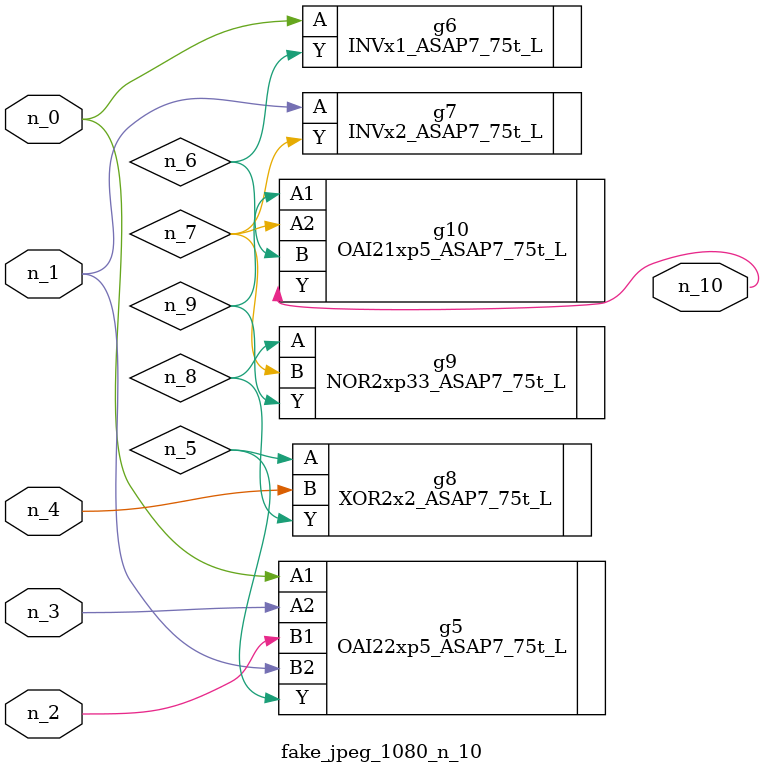
<source format=v>
module fake_jpeg_1080_n_10 (n_3, n_2, n_1, n_0, n_4, n_10);

input n_3;
input n_2;
input n_1;
input n_0;
input n_4;

output n_10;

wire n_8;
wire n_9;
wire n_6;
wire n_5;
wire n_7;

OAI22xp5_ASAP7_75t_L g5 ( 
.A1(n_0),
.A2(n_3),
.B1(n_2),
.B2(n_1),
.Y(n_5)
);

INVx1_ASAP7_75t_L g6 ( 
.A(n_0),
.Y(n_6)
);

INVx2_ASAP7_75t_L g7 ( 
.A(n_1),
.Y(n_7)
);

XOR2x2_ASAP7_75t_L g8 ( 
.A(n_5),
.B(n_4),
.Y(n_8)
);

NOR2xp33_ASAP7_75t_L g9 ( 
.A(n_8),
.B(n_7),
.Y(n_9)
);

OAI21xp5_ASAP7_75t_L g10 ( 
.A1(n_9),
.A2(n_7),
.B(n_6),
.Y(n_10)
);


endmodule
</source>
